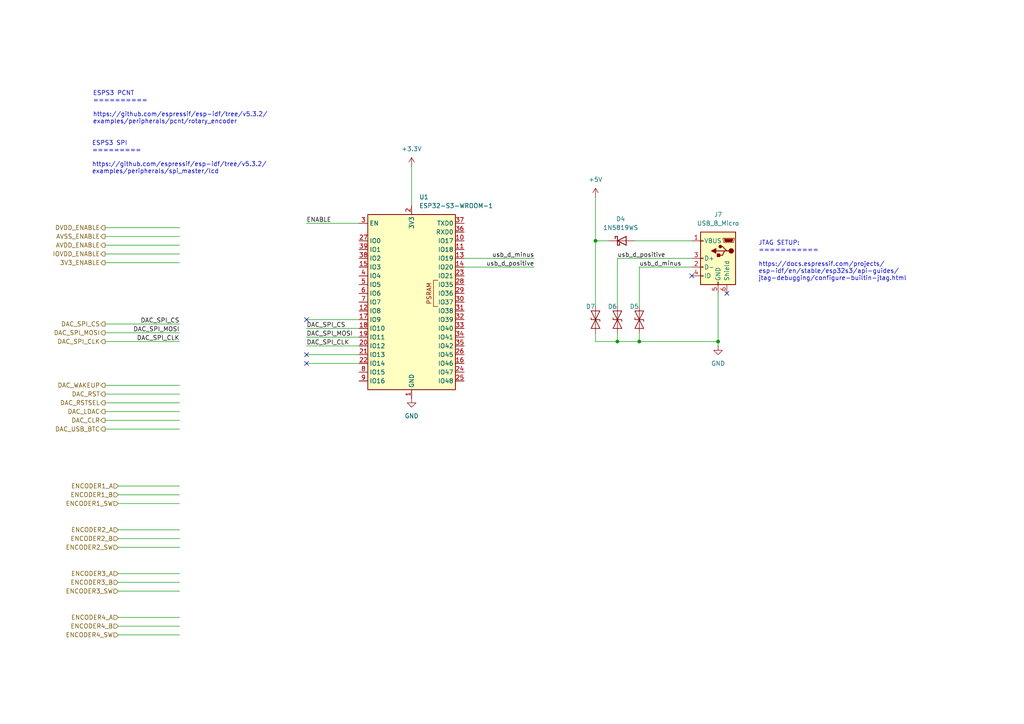
<source format=kicad_sch>
(kicad_sch
	(version 20231120)
	(generator "eeschema")
	(generator_version "8.0")
	(uuid "54593960-6b26-4cbb-94df-ee1c5a7ef9ee")
	(paper "A4")
	(title_block
		(title "${PROJECTNAME}")
		(date "2024-10-22")
		(rev "${REVISION}")
		(company "Created By: ${AUTHOR}")
	)
	(lib_symbols
		(symbol "Connector:USB_B_Micro"
			(pin_names
				(offset 1.016)
			)
			(exclude_from_sim no)
			(in_bom yes)
			(on_board yes)
			(property "Reference" "J"
				(at -5.08 11.43 0)
				(effects
					(font
						(size 1.27 1.27)
					)
					(justify left)
				)
			)
			(property "Value" "USB_B_Micro"
				(at -5.08 8.89 0)
				(effects
					(font
						(size 1.27 1.27)
					)
					(justify left)
				)
			)
			(property "Footprint" ""
				(at 3.81 -1.27 0)
				(effects
					(font
						(size 1.27 1.27)
					)
					(hide yes)
				)
			)
			(property "Datasheet" "~"
				(at 3.81 -1.27 0)
				(effects
					(font
						(size 1.27 1.27)
					)
					(hide yes)
				)
			)
			(property "Description" "USB Micro Type B connector"
				(at 0 0 0)
				(effects
					(font
						(size 1.27 1.27)
					)
					(hide yes)
				)
			)
			(property "ki_keywords" "connector USB micro"
				(at 0 0 0)
				(effects
					(font
						(size 1.27 1.27)
					)
					(hide yes)
				)
			)
			(property "ki_fp_filters" "USB*"
				(at 0 0 0)
				(effects
					(font
						(size 1.27 1.27)
					)
					(hide yes)
				)
			)
			(symbol "USB_B_Micro_0_1"
				(rectangle
					(start -5.08 -7.62)
					(end 5.08 7.62)
					(stroke
						(width 0.254)
						(type default)
					)
					(fill
						(type background)
					)
				)
				(circle
					(center -3.81 2.159)
					(radius 0.635)
					(stroke
						(width 0.254)
						(type default)
					)
					(fill
						(type outline)
					)
				)
				(circle
					(center -0.635 3.429)
					(radius 0.381)
					(stroke
						(width 0.254)
						(type default)
					)
					(fill
						(type outline)
					)
				)
				(rectangle
					(start -0.127 -7.62)
					(end 0.127 -6.858)
					(stroke
						(width 0)
						(type default)
					)
					(fill
						(type none)
					)
				)
				(polyline
					(pts
						(xy -1.905 2.159) (xy 0.635 2.159)
					)
					(stroke
						(width 0.254)
						(type default)
					)
					(fill
						(type none)
					)
				)
				(polyline
					(pts
						(xy -3.175 2.159) (xy -2.54 2.159) (xy -1.27 3.429) (xy -0.635 3.429)
					)
					(stroke
						(width 0.254)
						(type default)
					)
					(fill
						(type none)
					)
				)
				(polyline
					(pts
						(xy -2.54 2.159) (xy -1.905 2.159) (xy -1.27 0.889) (xy 0 0.889)
					)
					(stroke
						(width 0.254)
						(type default)
					)
					(fill
						(type none)
					)
				)
				(polyline
					(pts
						(xy 0.635 2.794) (xy 0.635 1.524) (xy 1.905 2.159) (xy 0.635 2.794)
					)
					(stroke
						(width 0.254)
						(type default)
					)
					(fill
						(type outline)
					)
				)
				(polyline
					(pts
						(xy -4.318 5.588) (xy -1.778 5.588) (xy -2.032 4.826) (xy -4.064 4.826) (xy -4.318 5.588)
					)
					(stroke
						(width 0)
						(type default)
					)
					(fill
						(type outline)
					)
				)
				(polyline
					(pts
						(xy -4.699 5.842) (xy -4.699 5.588) (xy -4.445 4.826) (xy -4.445 4.572) (xy -1.651 4.572) (xy -1.651 4.826)
						(xy -1.397 5.588) (xy -1.397 5.842) (xy -4.699 5.842)
					)
					(stroke
						(width 0)
						(type default)
					)
					(fill
						(type none)
					)
				)
				(rectangle
					(start 0.254 1.27)
					(end -0.508 0.508)
					(stroke
						(width 0.254)
						(type default)
					)
					(fill
						(type outline)
					)
				)
				(rectangle
					(start 5.08 -5.207)
					(end 4.318 -4.953)
					(stroke
						(width 0)
						(type default)
					)
					(fill
						(type none)
					)
				)
				(rectangle
					(start 5.08 -2.667)
					(end 4.318 -2.413)
					(stroke
						(width 0)
						(type default)
					)
					(fill
						(type none)
					)
				)
				(rectangle
					(start 5.08 -0.127)
					(end 4.318 0.127)
					(stroke
						(width 0)
						(type default)
					)
					(fill
						(type none)
					)
				)
				(rectangle
					(start 5.08 4.953)
					(end 4.318 5.207)
					(stroke
						(width 0)
						(type default)
					)
					(fill
						(type none)
					)
				)
			)
			(symbol "USB_B_Micro_1_1"
				(pin power_out line
					(at 7.62 5.08 180)
					(length 2.54)
					(name "VBUS"
						(effects
							(font
								(size 1.27 1.27)
							)
						)
					)
					(number "1"
						(effects
							(font
								(size 1.27 1.27)
							)
						)
					)
				)
				(pin bidirectional line
					(at 7.62 -2.54 180)
					(length 2.54)
					(name "D-"
						(effects
							(font
								(size 1.27 1.27)
							)
						)
					)
					(number "2"
						(effects
							(font
								(size 1.27 1.27)
							)
						)
					)
				)
				(pin bidirectional line
					(at 7.62 0 180)
					(length 2.54)
					(name "D+"
						(effects
							(font
								(size 1.27 1.27)
							)
						)
					)
					(number "3"
						(effects
							(font
								(size 1.27 1.27)
							)
						)
					)
				)
				(pin passive line
					(at 7.62 -5.08 180)
					(length 2.54)
					(name "ID"
						(effects
							(font
								(size 1.27 1.27)
							)
						)
					)
					(number "4"
						(effects
							(font
								(size 1.27 1.27)
							)
						)
					)
				)
				(pin power_out line
					(at 0 -10.16 90)
					(length 2.54)
					(name "GND"
						(effects
							(font
								(size 1.27 1.27)
							)
						)
					)
					(number "5"
						(effects
							(font
								(size 1.27 1.27)
							)
						)
					)
				)
				(pin passive line
					(at -2.54 -10.16 90)
					(length 2.54)
					(name "Shield"
						(effects
							(font
								(size 1.27 1.27)
							)
						)
					)
					(number "6"
						(effects
							(font
								(size 1.27 1.27)
							)
						)
					)
				)
			)
		)
		(symbol "Diode:1N5819WS"
			(pin_numbers hide)
			(pin_names
				(offset 1.016) hide)
			(exclude_from_sim no)
			(in_bom yes)
			(on_board yes)
			(property "Reference" "D"
				(at 0 2.54 0)
				(effects
					(font
						(size 1.27 1.27)
					)
				)
			)
			(property "Value" "1N5819WS"
				(at 0 -2.54 0)
				(effects
					(font
						(size 1.27 1.27)
					)
				)
			)
			(property "Footprint" "Diode_SMD:D_SOD-323"
				(at 0 -4.445 0)
				(effects
					(font
						(size 1.27 1.27)
					)
					(hide yes)
				)
			)
			(property "Datasheet" "https://datasheet.lcsc.com/lcsc/2204281430_Guangdong-Hottech-1N5819WS_C191023.pdf"
				(at 0 0 0)
				(effects
					(font
						(size 1.27 1.27)
					)
					(hide yes)
				)
			)
			(property "Description" "40V 600mV@1A 1A SOD-323 Schottky Barrier Diodes, SOD-323"
				(at 0 0 0)
				(effects
					(font
						(size 1.27 1.27)
					)
					(hide yes)
				)
			)
			(property "ki_keywords" "diode Schottky"
				(at 0 0 0)
				(effects
					(font
						(size 1.27 1.27)
					)
					(hide yes)
				)
			)
			(property "ki_fp_filters" "D*SOD?323*"
				(at 0 0 0)
				(effects
					(font
						(size 1.27 1.27)
					)
					(hide yes)
				)
			)
			(symbol "1N5819WS_0_1"
				(polyline
					(pts
						(xy 1.27 0) (xy -1.27 0)
					)
					(stroke
						(width 0)
						(type default)
					)
					(fill
						(type none)
					)
				)
				(polyline
					(pts
						(xy 1.27 1.27) (xy 1.27 -1.27) (xy -1.27 0) (xy 1.27 1.27)
					)
					(stroke
						(width 0.254)
						(type default)
					)
					(fill
						(type none)
					)
				)
				(polyline
					(pts
						(xy -1.905 0.635) (xy -1.905 1.27) (xy -1.27 1.27) (xy -1.27 -1.27) (xy -0.635 -1.27) (xy -0.635 -0.635)
					)
					(stroke
						(width 0.254)
						(type default)
					)
					(fill
						(type none)
					)
				)
			)
			(symbol "1N5819WS_1_1"
				(pin passive line
					(at -3.81 0 0)
					(length 2.54)
					(name "K"
						(effects
							(font
								(size 1.27 1.27)
							)
						)
					)
					(number "1"
						(effects
							(font
								(size 1.27 1.27)
							)
						)
					)
				)
				(pin passive line
					(at 3.81 0 180)
					(length 2.54)
					(name "A"
						(effects
							(font
								(size 1.27 1.27)
							)
						)
					)
					(number "2"
						(effects
							(font
								(size 1.27 1.27)
							)
						)
					)
				)
			)
		)
		(symbol "Diode:SD05_SOD323"
			(pin_numbers hide)
			(pin_names
				(offset 1.016) hide)
			(exclude_from_sim no)
			(in_bom yes)
			(on_board yes)
			(property "Reference" "D"
				(at 0 2.54 0)
				(effects
					(font
						(size 1.27 1.27)
					)
				)
			)
			(property "Value" "SD05_SOD323"
				(at 0 -2.54 0)
				(effects
					(font
						(size 1.27 1.27)
					)
				)
			)
			(property "Footprint" "Diode_SMD:D_SOD-323"
				(at 0 -5.08 0)
				(effects
					(font
						(size 1.27 1.27)
					)
					(hide yes)
				)
			)
			(property "Datasheet" "https://www.littelfuse.com/~/media/electronics/datasheets/tvs_diode_arrays/littelfuse_tvs_diode_array_sd_c_datasheet.pdf.pdf"
				(at 0 0 0)
				(effects
					(font
						(size 1.27 1.27)
					)
					(hide yes)
				)
			)
			(property "Description" "5V, 450W Discrete Bidirectional TVS Diode, SOD-323"
				(at 0 0 0)
				(effects
					(font
						(size 1.27 1.27)
					)
					(hide yes)
				)
			)
			(property "ki_keywords" "transient voltage suppressor thyrector transil"
				(at 0 0 0)
				(effects
					(font
						(size 1.27 1.27)
					)
					(hide yes)
				)
			)
			(property "ki_fp_filters" "D?SOD?323*"
				(at 0 0 0)
				(effects
					(font
						(size 1.27 1.27)
					)
					(hide yes)
				)
			)
			(symbol "SD05_SOD323_0_1"
				(polyline
					(pts
						(xy 1.27 0) (xy -1.27 0)
					)
					(stroke
						(width 0)
						(type default)
					)
					(fill
						(type none)
					)
				)
				(polyline
					(pts
						(xy -2.54 -1.27) (xy 0 0) (xy -2.54 1.27) (xy -2.54 -1.27)
					)
					(stroke
						(width 0.2032)
						(type default)
					)
					(fill
						(type none)
					)
				)
				(polyline
					(pts
						(xy 0.508 1.27) (xy 0 1.27) (xy 0 -1.27) (xy -0.508 -1.27)
					)
					(stroke
						(width 0.2032)
						(type default)
					)
					(fill
						(type none)
					)
				)
				(polyline
					(pts
						(xy 2.54 1.27) (xy 2.54 -1.27) (xy 0 0) (xy 2.54 1.27)
					)
					(stroke
						(width 0.2032)
						(type default)
					)
					(fill
						(type none)
					)
				)
			)
			(symbol "SD05_SOD323_1_1"
				(pin passive line
					(at -3.81 0 0)
					(length 2.54)
					(name "A1"
						(effects
							(font
								(size 1.27 1.27)
							)
						)
					)
					(number "1"
						(effects
							(font
								(size 1.27 1.27)
							)
						)
					)
				)
				(pin passive line
					(at 3.81 0 180)
					(length 2.54)
					(name "A2"
						(effects
							(font
								(size 1.27 1.27)
							)
						)
					)
					(number "2"
						(effects
							(font
								(size 1.27 1.27)
							)
						)
					)
				)
			)
		)
		(symbol "RF_Module:ESP32-S3-WROOM-1"
			(exclude_from_sim no)
			(in_bom yes)
			(on_board yes)
			(property "Reference" "U"
				(at -12.7 26.67 0)
				(effects
					(font
						(size 1.27 1.27)
					)
				)
			)
			(property "Value" "ESP32-S3-WROOM-1"
				(at 12.7 26.67 0)
				(effects
					(font
						(size 1.27 1.27)
					)
				)
			)
			(property "Footprint" "RF_Module:ESP32-S3-WROOM-1"
				(at 0 2.54 0)
				(effects
					(font
						(size 1.27 1.27)
					)
					(hide yes)
				)
			)
			(property "Datasheet" "https://www.espressif.com/sites/default/files/documentation/esp32-s3-wroom-1_wroom-1u_datasheet_en.pdf"
				(at 0 0 0)
				(effects
					(font
						(size 1.27 1.27)
					)
					(hide yes)
				)
			)
			(property "Description" "RF Module, ESP32-S3 SoC, Wi-Fi 802.11b/g/n, Bluetooth, BLE, 32-bit, 3.3V, onboard antenna, SMD"
				(at 0 0 0)
				(effects
					(font
						(size 1.27 1.27)
					)
					(hide yes)
				)
			)
			(property "ki_keywords" "RF Radio BT ESP ESP32-S3 Espressif onboard PCB antenna"
				(at 0 0 0)
				(effects
					(font
						(size 1.27 1.27)
					)
					(hide yes)
				)
			)
			(property "ki_fp_filters" "ESP32?S3?WROOM?1*"
				(at 0 0 0)
				(effects
					(font
						(size 1.27 1.27)
					)
					(hide yes)
				)
			)
			(symbol "ESP32-S3-WROOM-1_0_0"
				(rectangle
					(start -12.7 25.4)
					(end 12.7 -25.4)
					(stroke
						(width 0.254)
						(type default)
					)
					(fill
						(type background)
					)
				)
				(text "PSRAM"
					(at 5.08 2.54 900)
					(effects
						(font
							(size 1.27 1.27)
						)
					)
				)
			)
			(symbol "ESP32-S3-WROOM-1_0_1"
				(polyline
					(pts
						(xy 7.62 -1.27) (xy 6.35 -1.27) (xy 6.35 6.35) (xy 7.62 6.35)
					)
					(stroke
						(width 0)
						(type default)
					)
					(fill
						(type none)
					)
				)
			)
			(symbol "ESP32-S3-WROOM-1_1_1"
				(pin power_in line
					(at 0 -27.94 90)
					(length 2.54)
					(name "GND"
						(effects
							(font
								(size 1.27 1.27)
							)
						)
					)
					(number "1"
						(effects
							(font
								(size 1.27 1.27)
							)
						)
					)
				)
				(pin bidirectional line
					(at 15.24 17.78 180)
					(length 2.54)
					(name "IO17"
						(effects
							(font
								(size 1.27 1.27)
							)
						)
					)
					(number "10"
						(effects
							(font
								(size 1.27 1.27)
							)
						)
					)
				)
				(pin bidirectional line
					(at 15.24 15.24 180)
					(length 2.54)
					(name "IO18"
						(effects
							(font
								(size 1.27 1.27)
							)
						)
					)
					(number "11"
						(effects
							(font
								(size 1.27 1.27)
							)
						)
					)
				)
				(pin bidirectional line
					(at -15.24 -2.54 0)
					(length 2.54)
					(name "IO8"
						(effects
							(font
								(size 1.27 1.27)
							)
						)
					)
					(number "12"
						(effects
							(font
								(size 1.27 1.27)
							)
						)
					)
				)
				(pin bidirectional line
					(at 15.24 12.7 180)
					(length 2.54)
					(name "IO19"
						(effects
							(font
								(size 1.27 1.27)
							)
						)
					)
					(number "13"
						(effects
							(font
								(size 1.27 1.27)
							)
						)
					)
				)
				(pin bidirectional line
					(at 15.24 10.16 180)
					(length 2.54)
					(name "IO20"
						(effects
							(font
								(size 1.27 1.27)
							)
						)
					)
					(number "14"
						(effects
							(font
								(size 1.27 1.27)
							)
						)
					)
				)
				(pin bidirectional line
					(at -15.24 10.16 0)
					(length 2.54)
					(name "IO3"
						(effects
							(font
								(size 1.27 1.27)
							)
						)
					)
					(number "15"
						(effects
							(font
								(size 1.27 1.27)
							)
						)
					)
				)
				(pin bidirectional line
					(at 15.24 -17.78 180)
					(length 2.54)
					(name "IO46"
						(effects
							(font
								(size 1.27 1.27)
							)
						)
					)
					(number "16"
						(effects
							(font
								(size 1.27 1.27)
							)
						)
					)
				)
				(pin bidirectional line
					(at -15.24 -5.08 0)
					(length 2.54)
					(name "IO9"
						(effects
							(font
								(size 1.27 1.27)
							)
						)
					)
					(number "17"
						(effects
							(font
								(size 1.27 1.27)
							)
						)
					)
				)
				(pin bidirectional line
					(at -15.24 -7.62 0)
					(length 2.54)
					(name "IO10"
						(effects
							(font
								(size 1.27 1.27)
							)
						)
					)
					(number "18"
						(effects
							(font
								(size 1.27 1.27)
							)
						)
					)
				)
				(pin bidirectional line
					(at -15.24 -10.16 0)
					(length 2.54)
					(name "IO11"
						(effects
							(font
								(size 1.27 1.27)
							)
						)
					)
					(number "19"
						(effects
							(font
								(size 1.27 1.27)
							)
						)
					)
				)
				(pin power_in line
					(at 0 27.94 270)
					(length 2.54)
					(name "3V3"
						(effects
							(font
								(size 1.27 1.27)
							)
						)
					)
					(number "2"
						(effects
							(font
								(size 1.27 1.27)
							)
						)
					)
				)
				(pin bidirectional line
					(at -15.24 -12.7 0)
					(length 2.54)
					(name "IO12"
						(effects
							(font
								(size 1.27 1.27)
							)
						)
					)
					(number "20"
						(effects
							(font
								(size 1.27 1.27)
							)
						)
					)
				)
				(pin bidirectional line
					(at -15.24 -15.24 0)
					(length 2.54)
					(name "IO13"
						(effects
							(font
								(size 1.27 1.27)
							)
						)
					)
					(number "21"
						(effects
							(font
								(size 1.27 1.27)
							)
						)
					)
				)
				(pin bidirectional line
					(at -15.24 -17.78 0)
					(length 2.54)
					(name "IO14"
						(effects
							(font
								(size 1.27 1.27)
							)
						)
					)
					(number "22"
						(effects
							(font
								(size 1.27 1.27)
							)
						)
					)
				)
				(pin bidirectional line
					(at 15.24 7.62 180)
					(length 2.54)
					(name "IO21"
						(effects
							(font
								(size 1.27 1.27)
							)
						)
					)
					(number "23"
						(effects
							(font
								(size 1.27 1.27)
							)
						)
					)
				)
				(pin bidirectional line
					(at 15.24 -20.32 180)
					(length 2.54)
					(name "IO47"
						(effects
							(font
								(size 1.27 1.27)
							)
						)
					)
					(number "24"
						(effects
							(font
								(size 1.27 1.27)
							)
						)
					)
				)
				(pin bidirectional line
					(at 15.24 -22.86 180)
					(length 2.54)
					(name "IO48"
						(effects
							(font
								(size 1.27 1.27)
							)
						)
					)
					(number "25"
						(effects
							(font
								(size 1.27 1.27)
							)
						)
					)
				)
				(pin bidirectional line
					(at 15.24 -15.24 180)
					(length 2.54)
					(name "IO45"
						(effects
							(font
								(size 1.27 1.27)
							)
						)
					)
					(number "26"
						(effects
							(font
								(size 1.27 1.27)
							)
						)
					)
				)
				(pin bidirectional line
					(at -15.24 17.78 0)
					(length 2.54)
					(name "IO0"
						(effects
							(font
								(size 1.27 1.27)
							)
						)
					)
					(number "27"
						(effects
							(font
								(size 1.27 1.27)
							)
						)
					)
				)
				(pin bidirectional line
					(at 15.24 5.08 180)
					(length 2.54)
					(name "IO35"
						(effects
							(font
								(size 1.27 1.27)
							)
						)
					)
					(number "28"
						(effects
							(font
								(size 1.27 1.27)
							)
						)
					)
				)
				(pin bidirectional line
					(at 15.24 2.54 180)
					(length 2.54)
					(name "IO36"
						(effects
							(font
								(size 1.27 1.27)
							)
						)
					)
					(number "29"
						(effects
							(font
								(size 1.27 1.27)
							)
						)
					)
				)
				(pin input line
					(at -15.24 22.86 0)
					(length 2.54)
					(name "EN"
						(effects
							(font
								(size 1.27 1.27)
							)
						)
					)
					(number "3"
						(effects
							(font
								(size 1.27 1.27)
							)
						)
					)
				)
				(pin bidirectional line
					(at 15.24 0 180)
					(length 2.54)
					(name "IO37"
						(effects
							(font
								(size 1.27 1.27)
							)
						)
					)
					(number "30"
						(effects
							(font
								(size 1.27 1.27)
							)
						)
					)
				)
				(pin bidirectional line
					(at 15.24 -2.54 180)
					(length 2.54)
					(name "IO38"
						(effects
							(font
								(size 1.27 1.27)
							)
						)
					)
					(number "31"
						(effects
							(font
								(size 1.27 1.27)
							)
						)
					)
				)
				(pin bidirectional line
					(at 15.24 -5.08 180)
					(length 2.54)
					(name "IO39"
						(effects
							(font
								(size 1.27 1.27)
							)
						)
					)
					(number "32"
						(effects
							(font
								(size 1.27 1.27)
							)
						)
					)
				)
				(pin bidirectional line
					(at 15.24 -7.62 180)
					(length 2.54)
					(name "IO40"
						(effects
							(font
								(size 1.27 1.27)
							)
						)
					)
					(number "33"
						(effects
							(font
								(size 1.27 1.27)
							)
						)
					)
				)
				(pin bidirectional line
					(at 15.24 -10.16 180)
					(length 2.54)
					(name "IO41"
						(effects
							(font
								(size 1.27 1.27)
							)
						)
					)
					(number "34"
						(effects
							(font
								(size 1.27 1.27)
							)
						)
					)
				)
				(pin bidirectional line
					(at 15.24 -12.7 180)
					(length 2.54)
					(name "IO42"
						(effects
							(font
								(size 1.27 1.27)
							)
						)
					)
					(number "35"
						(effects
							(font
								(size 1.27 1.27)
							)
						)
					)
				)
				(pin bidirectional line
					(at 15.24 20.32 180)
					(length 2.54)
					(name "RXD0"
						(effects
							(font
								(size 1.27 1.27)
							)
						)
					)
					(number "36"
						(effects
							(font
								(size 1.27 1.27)
							)
						)
					)
				)
				(pin bidirectional line
					(at 15.24 22.86 180)
					(length 2.54)
					(name "TXD0"
						(effects
							(font
								(size 1.27 1.27)
							)
						)
					)
					(number "37"
						(effects
							(font
								(size 1.27 1.27)
							)
						)
					)
				)
				(pin bidirectional line
					(at -15.24 12.7 0)
					(length 2.54)
					(name "IO2"
						(effects
							(font
								(size 1.27 1.27)
							)
						)
					)
					(number "38"
						(effects
							(font
								(size 1.27 1.27)
							)
						)
					)
				)
				(pin bidirectional line
					(at -15.24 15.24 0)
					(length 2.54)
					(name "IO1"
						(effects
							(font
								(size 1.27 1.27)
							)
						)
					)
					(number "39"
						(effects
							(font
								(size 1.27 1.27)
							)
						)
					)
				)
				(pin bidirectional line
					(at -15.24 7.62 0)
					(length 2.54)
					(name "IO4"
						(effects
							(font
								(size 1.27 1.27)
							)
						)
					)
					(number "4"
						(effects
							(font
								(size 1.27 1.27)
							)
						)
					)
				)
				(pin passive line
					(at 0 -27.94 90)
					(length 2.54) hide
					(name "GND"
						(effects
							(font
								(size 1.27 1.27)
							)
						)
					)
					(number "40"
						(effects
							(font
								(size 1.27 1.27)
							)
						)
					)
				)
				(pin passive line
					(at 0 -27.94 90)
					(length 2.54) hide
					(name "GND"
						(effects
							(font
								(size 1.27 1.27)
							)
						)
					)
					(number "41"
						(effects
							(font
								(size 1.27 1.27)
							)
						)
					)
				)
				(pin bidirectional line
					(at -15.24 5.08 0)
					(length 2.54)
					(name "IO5"
						(effects
							(font
								(size 1.27 1.27)
							)
						)
					)
					(number "5"
						(effects
							(font
								(size 1.27 1.27)
							)
						)
					)
				)
				(pin bidirectional line
					(at -15.24 2.54 0)
					(length 2.54)
					(name "IO6"
						(effects
							(font
								(size 1.27 1.27)
							)
						)
					)
					(number "6"
						(effects
							(font
								(size 1.27 1.27)
							)
						)
					)
				)
				(pin bidirectional line
					(at -15.24 0 0)
					(length 2.54)
					(name "IO7"
						(effects
							(font
								(size 1.27 1.27)
							)
						)
					)
					(number "7"
						(effects
							(font
								(size 1.27 1.27)
							)
						)
					)
				)
				(pin bidirectional line
					(at -15.24 -20.32 0)
					(length 2.54)
					(name "IO15"
						(effects
							(font
								(size 1.27 1.27)
							)
						)
					)
					(number "8"
						(effects
							(font
								(size 1.27 1.27)
							)
						)
					)
				)
				(pin bidirectional line
					(at -15.24 -22.86 0)
					(length 2.54)
					(name "IO16"
						(effects
							(font
								(size 1.27 1.27)
							)
						)
					)
					(number "9"
						(effects
							(font
								(size 1.27 1.27)
							)
						)
					)
				)
			)
		)
		(symbol "power:+3.3V"
			(power)
			(pin_numbers hide)
			(pin_names
				(offset 0) hide)
			(exclude_from_sim no)
			(in_bom yes)
			(on_board yes)
			(property "Reference" "#PWR"
				(at 0 -3.81 0)
				(effects
					(font
						(size 1.27 1.27)
					)
					(hide yes)
				)
			)
			(property "Value" "+3.3V"
				(at 0 3.556 0)
				(effects
					(font
						(size 1.27 1.27)
					)
				)
			)
			(property "Footprint" ""
				(at 0 0 0)
				(effects
					(font
						(size 1.27 1.27)
					)
					(hide yes)
				)
			)
			(property "Datasheet" ""
				(at 0 0 0)
				(effects
					(font
						(size 1.27 1.27)
					)
					(hide yes)
				)
			)
			(property "Description" "Power symbol creates a global label with name \"+3.3V\""
				(at 0 0 0)
				(effects
					(font
						(size 1.27 1.27)
					)
					(hide yes)
				)
			)
			(property "ki_keywords" "global power"
				(at 0 0 0)
				(effects
					(font
						(size 1.27 1.27)
					)
					(hide yes)
				)
			)
			(symbol "+3.3V_0_1"
				(polyline
					(pts
						(xy -0.762 1.27) (xy 0 2.54)
					)
					(stroke
						(width 0)
						(type default)
					)
					(fill
						(type none)
					)
				)
				(polyline
					(pts
						(xy 0 0) (xy 0 2.54)
					)
					(stroke
						(width 0)
						(type default)
					)
					(fill
						(type none)
					)
				)
				(polyline
					(pts
						(xy 0 2.54) (xy 0.762 1.27)
					)
					(stroke
						(width 0)
						(type default)
					)
					(fill
						(type none)
					)
				)
			)
			(symbol "+3.3V_1_1"
				(pin power_in line
					(at 0 0 90)
					(length 0)
					(name "~"
						(effects
							(font
								(size 1.27 1.27)
							)
						)
					)
					(number "1"
						(effects
							(font
								(size 1.27 1.27)
							)
						)
					)
				)
			)
		)
		(symbol "power:+5V"
			(power)
			(pin_numbers hide)
			(pin_names
				(offset 0) hide)
			(exclude_from_sim no)
			(in_bom yes)
			(on_board yes)
			(property "Reference" "#PWR"
				(at 0 -3.81 0)
				(effects
					(font
						(size 1.27 1.27)
					)
					(hide yes)
				)
			)
			(property "Value" "+5V"
				(at 0 3.556 0)
				(effects
					(font
						(size 1.27 1.27)
					)
				)
			)
			(property "Footprint" ""
				(at 0 0 0)
				(effects
					(font
						(size 1.27 1.27)
					)
					(hide yes)
				)
			)
			(property "Datasheet" ""
				(at 0 0 0)
				(effects
					(font
						(size 1.27 1.27)
					)
					(hide yes)
				)
			)
			(property "Description" "Power symbol creates a global label with name \"+5V\""
				(at 0 0 0)
				(effects
					(font
						(size 1.27 1.27)
					)
					(hide yes)
				)
			)
			(property "ki_keywords" "global power"
				(at 0 0 0)
				(effects
					(font
						(size 1.27 1.27)
					)
					(hide yes)
				)
			)
			(symbol "+5V_0_1"
				(polyline
					(pts
						(xy -0.762 1.27) (xy 0 2.54)
					)
					(stroke
						(width 0)
						(type default)
					)
					(fill
						(type none)
					)
				)
				(polyline
					(pts
						(xy 0 0) (xy 0 2.54)
					)
					(stroke
						(width 0)
						(type default)
					)
					(fill
						(type none)
					)
				)
				(polyline
					(pts
						(xy 0 2.54) (xy 0.762 1.27)
					)
					(stroke
						(width 0)
						(type default)
					)
					(fill
						(type none)
					)
				)
			)
			(symbol "+5V_1_1"
				(pin power_in line
					(at 0 0 90)
					(length 0)
					(name "~"
						(effects
							(font
								(size 1.27 1.27)
							)
						)
					)
					(number "1"
						(effects
							(font
								(size 1.27 1.27)
							)
						)
					)
				)
			)
		)
		(symbol "power:GND"
			(power)
			(pin_numbers hide)
			(pin_names
				(offset 0) hide)
			(exclude_from_sim no)
			(in_bom yes)
			(on_board yes)
			(property "Reference" "#PWR"
				(at 0 -6.35 0)
				(effects
					(font
						(size 1.27 1.27)
					)
					(hide yes)
				)
			)
			(property "Value" "GND"
				(at 0 -3.81 0)
				(effects
					(font
						(size 1.27 1.27)
					)
				)
			)
			(property "Footprint" ""
				(at 0 0 0)
				(effects
					(font
						(size 1.27 1.27)
					)
					(hide yes)
				)
			)
			(property "Datasheet" ""
				(at 0 0 0)
				(effects
					(font
						(size 1.27 1.27)
					)
					(hide yes)
				)
			)
			(property "Description" "Power symbol creates a global label with name \"GND\" , ground"
				(at 0 0 0)
				(effects
					(font
						(size 1.27 1.27)
					)
					(hide yes)
				)
			)
			(property "ki_keywords" "global power"
				(at 0 0 0)
				(effects
					(font
						(size 1.27 1.27)
					)
					(hide yes)
				)
			)
			(symbol "GND_0_1"
				(polyline
					(pts
						(xy 0 0) (xy 0 -1.27) (xy 1.27 -1.27) (xy 0 -2.54) (xy -1.27 -1.27) (xy 0 -1.27)
					)
					(stroke
						(width 0)
						(type default)
					)
					(fill
						(type none)
					)
				)
			)
			(symbol "GND_1_1"
				(pin power_in line
					(at 0 0 270)
					(length 0)
					(name "~"
						(effects
							(font
								(size 1.27 1.27)
							)
						)
					)
					(number "1"
						(effects
							(font
								(size 1.27 1.27)
							)
						)
					)
				)
			)
		)
	)
	(junction
		(at 172.72 69.85)
		(diameter 0)
		(color 0 0 0 0)
		(uuid "02477093-ce6c-4c3a-92fe-8f921d595a4a")
	)
	(junction
		(at 179.07 99.06)
		(diameter 0)
		(color 0 0 0 0)
		(uuid "492e4a37-717f-446e-b31c-de043c636208")
	)
	(junction
		(at 208.28 99.06)
		(diameter 0)
		(color 0 0 0 0)
		(uuid "6df51d3d-1b00-4a13-b33f-a15351e4a6b6")
	)
	(junction
		(at 185.42 99.06)
		(diameter 0)
		(color 0 0 0 0)
		(uuid "b5e3fbe8-7b25-46b1-b0aa-16892e6f22d7")
	)
	(no_connect
		(at 88.9 92.71)
		(uuid "08275a0b-b71d-4d97-80ab-e089e4a345ea")
	)
	(no_connect
		(at 88.9 102.87)
		(uuid "22afd5c1-858b-4772-b204-d58a67d19e11")
	)
	(no_connect
		(at 88.9 105.41)
		(uuid "8333789e-6bc8-457c-9e41-869141464104")
	)
	(no_connect
		(at 200.66 80.01)
		(uuid "a84c8646-3404-467a-bda3-d8a86987ebaf")
	)
	(no_connect
		(at 210.82 85.09)
		(uuid "e26cda55-24ce-4ce9-8f0e-a1afee52d090")
	)
	(wire
		(pts
			(xy 34.29 140.97) (xy 52.07 140.97)
		)
		(stroke
			(width 0)
			(type default)
		)
		(uuid "053f6638-a683-4fc9-b8a7-fbc483582430")
	)
	(wire
		(pts
			(xy 172.72 57.15) (xy 172.72 69.85)
		)
		(stroke
			(width 0)
			(type default)
		)
		(uuid "0553acc5-9681-4774-afcd-54306abfb4a7")
	)
	(wire
		(pts
			(xy 34.29 146.05) (xy 52.07 146.05)
		)
		(stroke
			(width 0)
			(type default)
		)
		(uuid "07c2606c-7776-4325-8dda-3a95292944cc")
	)
	(wire
		(pts
			(xy 104.14 64.77) (xy 88.9 64.77)
		)
		(stroke
			(width 0)
			(type default)
		)
		(uuid "17fff447-c9ca-4922-91b6-d7dd7fa269bd")
	)
	(wire
		(pts
			(xy 34.29 179.07) (xy 52.07 179.07)
		)
		(stroke
			(width 0)
			(type default)
		)
		(uuid "189c85d2-144c-4ac7-a19b-f495160a89a2")
	)
	(wire
		(pts
			(xy 34.29 158.75) (xy 52.07 158.75)
		)
		(stroke
			(width 0)
			(type default)
		)
		(uuid "1b044b96-eb5c-45a6-bde1-2e0f4eaca8b2")
	)
	(wire
		(pts
			(xy 34.29 143.51) (xy 52.07 143.51)
		)
		(stroke
			(width 0)
			(type default)
		)
		(uuid "1b664690-70b0-4527-a7c2-5418a0d7412c")
	)
	(wire
		(pts
			(xy 200.66 69.85) (xy 184.15 69.85)
		)
		(stroke
			(width 0)
			(type default)
		)
		(uuid "1f2823fb-5703-4966-9bed-6a893d3bee51")
	)
	(wire
		(pts
			(xy 119.38 59.69) (xy 119.38 48.26)
		)
		(stroke
			(width 0)
			(type default)
		)
		(uuid "2344b87b-7123-404b-b346-f783d680fcef")
	)
	(wire
		(pts
			(xy 172.72 99.06) (xy 179.07 99.06)
		)
		(stroke
			(width 0)
			(type default)
		)
		(uuid "2b38db2e-0454-417b-92de-19872a0af55a")
	)
	(wire
		(pts
			(xy 88.9 95.25) (xy 104.14 95.25)
		)
		(stroke
			(width 0)
			(type default)
		)
		(uuid "2e138697-8db2-4675-986c-d03838a69398")
	)
	(wire
		(pts
			(xy 88.9 105.41) (xy 104.14 105.41)
		)
		(stroke
			(width 0)
			(type default)
		)
		(uuid "3b5ca7ab-499d-4dcd-a496-cd7b673d7323")
	)
	(wire
		(pts
			(xy 185.42 77.47) (xy 200.66 77.47)
		)
		(stroke
			(width 0)
			(type default)
		)
		(uuid "3faaff00-994d-4539-9267-4d1556624ff2")
	)
	(wire
		(pts
			(xy 34.29 156.21) (xy 52.07 156.21)
		)
		(stroke
			(width 0)
			(type default)
		)
		(uuid "40f2cf82-2c3e-4f80-9433-d694a74e3fe1")
	)
	(wire
		(pts
			(xy 30.48 71.12) (xy 52.07 71.12)
		)
		(stroke
			(width 0)
			(type default)
		)
		(uuid "4100f7c5-8ecd-480c-becb-372f454a1ebc")
	)
	(wire
		(pts
			(xy 134.62 77.47) (xy 154.94 77.47)
		)
		(stroke
			(width 0)
			(type default)
		)
		(uuid "4ae78337-833f-43e4-9a77-65f79106db15")
	)
	(wire
		(pts
			(xy 30.48 99.06) (xy 52.07 99.06)
		)
		(stroke
			(width 0)
			(type default)
		)
		(uuid "4c29d129-3b73-43cf-b910-2a82de619a1d")
	)
	(wire
		(pts
			(xy 88.9 92.71) (xy 104.14 92.71)
		)
		(stroke
			(width 0)
			(type default)
		)
		(uuid "4c7577f8-4789-4ccf-9b63-4134fadd19a2")
	)
	(wire
		(pts
			(xy 30.48 124.46) (xy 52.07 124.46)
		)
		(stroke
			(width 0)
			(type default)
		)
		(uuid "551d72a4-00f9-414b-8081-5e089f853144")
	)
	(wire
		(pts
			(xy 208.28 85.09) (xy 208.28 99.06)
		)
		(stroke
			(width 0)
			(type default)
		)
		(uuid "56260a79-9baf-416f-bae8-2c3533510279")
	)
	(wire
		(pts
			(xy 172.72 99.06) (xy 172.72 96.52)
		)
		(stroke
			(width 0)
			(type default)
		)
		(uuid "5bade77b-42ea-476a-ab7e-a00effcc627a")
	)
	(wire
		(pts
			(xy 30.48 76.2) (xy 52.07 76.2)
		)
		(stroke
			(width 0)
			(type default)
		)
		(uuid "621dc248-5a06-43bc-8a1e-0b65bb29fae6")
	)
	(wire
		(pts
			(xy 30.48 119.38) (xy 52.07 119.38)
		)
		(stroke
			(width 0)
			(type default)
		)
		(uuid "660062b1-93be-44e1-9304-2d7e3c29afa4")
	)
	(wire
		(pts
			(xy 208.28 99.06) (xy 208.28 100.33)
		)
		(stroke
			(width 0)
			(type default)
		)
		(uuid "6ef55770-d43b-4f8c-9d45-c7113e7e2198")
	)
	(wire
		(pts
			(xy 30.48 68.58) (xy 52.07 68.58)
		)
		(stroke
			(width 0)
			(type default)
		)
		(uuid "7072c8e3-7b36-4f9c-a071-e1fea02680b4")
	)
	(wire
		(pts
			(xy 30.48 116.84) (xy 52.07 116.84)
		)
		(stroke
			(width 0)
			(type default)
		)
		(uuid "7bcafbba-4f33-4056-9331-d073ae96cc8a")
	)
	(wire
		(pts
			(xy 185.42 96.52) (xy 185.42 99.06)
		)
		(stroke
			(width 0)
			(type default)
		)
		(uuid "7c144408-4b48-4a70-ae80-f91eb9802aa2")
	)
	(wire
		(pts
			(xy 30.48 73.66) (xy 52.07 73.66)
		)
		(stroke
			(width 0)
			(type default)
		)
		(uuid "7de15144-4cb5-40b4-8bac-7466eb04043a")
	)
	(wire
		(pts
			(xy 34.29 153.67) (xy 52.07 153.67)
		)
		(stroke
			(width 0)
			(type default)
		)
		(uuid "7de2415b-9e30-4410-aaa2-e0213629da1c")
	)
	(wire
		(pts
			(xy 88.9 97.79) (xy 104.14 97.79)
		)
		(stroke
			(width 0)
			(type default)
		)
		(uuid "91d1347b-38a6-456b-8897-d49f3c0b9399")
	)
	(wire
		(pts
			(xy 88.9 100.33) (xy 104.14 100.33)
		)
		(stroke
			(width 0)
			(type default)
		)
		(uuid "94a60fb3-1aaf-4033-8873-a02a241e4a5a")
	)
	(wire
		(pts
			(xy 34.29 171.45) (xy 52.07 171.45)
		)
		(stroke
			(width 0)
			(type default)
		)
		(uuid "96eae450-aa98-4730-a6a3-b1c9d1c72973")
	)
	(wire
		(pts
			(xy 208.28 99.06) (xy 185.42 99.06)
		)
		(stroke
			(width 0)
			(type default)
		)
		(uuid "9cbc9630-4518-435a-82a6-f3f84372cd9c")
	)
	(wire
		(pts
			(xy 179.07 96.52) (xy 179.07 99.06)
		)
		(stroke
			(width 0)
			(type default)
		)
		(uuid "a0204733-28fb-4c4d-afd2-2c243922599d")
	)
	(wire
		(pts
			(xy 185.42 88.9) (xy 185.42 77.47)
		)
		(stroke
			(width 0)
			(type default)
		)
		(uuid "a35242bd-5d44-4864-a5e9-3a76eaa1674e")
	)
	(wire
		(pts
			(xy 134.62 74.93) (xy 154.94 74.93)
		)
		(stroke
			(width 0)
			(type default)
		)
		(uuid "a75d27fe-7515-4e4e-86f5-804b22bb6644")
	)
	(wire
		(pts
			(xy 30.48 111.76) (xy 52.07 111.76)
		)
		(stroke
			(width 0)
			(type default)
		)
		(uuid "ac10a21a-9e18-4425-befa-3856ba873401")
	)
	(wire
		(pts
			(xy 34.29 166.37) (xy 52.07 166.37)
		)
		(stroke
			(width 0)
			(type default)
		)
		(uuid "ac78be51-8e09-45f4-9560-9cd4e82f5acf")
	)
	(wire
		(pts
			(xy 30.48 121.92) (xy 52.07 121.92)
		)
		(stroke
			(width 0)
			(type default)
		)
		(uuid "adec6988-11a0-4563-a9da-b59c6170bc31")
	)
	(wire
		(pts
			(xy 34.29 168.91) (xy 52.07 168.91)
		)
		(stroke
			(width 0)
			(type default)
		)
		(uuid "b5793a92-2d59-4a67-85d4-57521cbf8229")
	)
	(wire
		(pts
			(xy 179.07 74.93) (xy 179.07 88.9)
		)
		(stroke
			(width 0)
			(type default)
		)
		(uuid "bf576550-7269-4425-b356-e46c9f18a3b6")
	)
	(wire
		(pts
			(xy 30.48 93.98) (xy 52.07 93.98)
		)
		(stroke
			(width 0)
			(type default)
		)
		(uuid "c7755fac-5de9-40e6-a195-1ecde212f734")
	)
	(wire
		(pts
			(xy 30.48 96.52) (xy 52.07 96.52)
		)
		(stroke
			(width 0)
			(type default)
		)
		(uuid "d2a56646-9b3a-40b2-b57d-8c5d8de59f5f")
	)
	(wire
		(pts
			(xy 172.72 69.85) (xy 172.72 88.9)
		)
		(stroke
			(width 0)
			(type default)
		)
		(uuid "d4ac2418-f47a-4663-acd1-78ac1f266db0")
	)
	(wire
		(pts
			(xy 34.29 181.61) (xy 52.07 181.61)
		)
		(stroke
			(width 0)
			(type default)
		)
		(uuid "d5cc30be-9a43-4758-a09d-8393a400448d")
	)
	(wire
		(pts
			(xy 88.9 102.87) (xy 104.14 102.87)
		)
		(stroke
			(width 0)
			(type default)
		)
		(uuid "dd786128-f3a7-4c96-8538-d0ec4d02f2b4")
	)
	(wire
		(pts
			(xy 30.48 114.3) (xy 52.07 114.3)
		)
		(stroke
			(width 0)
			(type default)
		)
		(uuid "e6c94c15-44bd-4cdd-9a04-95d5a6442c99")
	)
	(wire
		(pts
			(xy 200.66 74.93) (xy 179.07 74.93)
		)
		(stroke
			(width 0)
			(type default)
		)
		(uuid "eca2f20c-dcec-454c-b59e-29c2b05d7ce8")
	)
	(wire
		(pts
			(xy 34.29 184.15) (xy 52.07 184.15)
		)
		(stroke
			(width 0)
			(type default)
		)
		(uuid "ed0f1ea7-ea54-4423-92d8-a35269984fbd")
	)
	(wire
		(pts
			(xy 179.07 99.06) (xy 185.42 99.06)
		)
		(stroke
			(width 0)
			(type default)
		)
		(uuid "f4ddbea9-c211-43c3-b6c6-b360a16c2e13")
	)
	(wire
		(pts
			(xy 30.48 66.04) (xy 52.07 66.04)
		)
		(stroke
			(width 0)
			(type default)
		)
		(uuid "fa7e40a6-cb77-4600-bc2b-bfe9d4fe1a19")
	)
	(wire
		(pts
			(xy 172.72 69.85) (xy 176.53 69.85)
		)
		(stroke
			(width 0)
			(type default)
		)
		(uuid "ff1ae49b-1890-4103-8700-f131fc55e192")
	)
	(text "JTAG SETUP:\n===========\n\nhttps://docs.espressif.com/projects/\nesp-idf/en/stable/esp32s3/api-guides/\njtag-debugging/configure-builtin-jtag.html"
		(exclude_from_sim no)
		(at 219.964 75.692 0)
		(effects
			(font
				(size 1.27 1.27)
			)
			(justify left)
			(href "https://docs.espressif.com/projects/esp-idf/en/stable/esp32s3/api-guides/jtag-debugging/configure-builtin-jtag.html")
		)
		(uuid "20eb3984-6595-4cd6-86d7-77fcae4ed88a")
	)
	(text "ESPS3 SPI\n=========\n\nhttps://github.com/espressif/esp-idf/tree/v5.3.2/\nexamples/peripherals/spi_master/lcd"
		(exclude_from_sim no)
		(at 26.67 45.72 0)
		(effects
			(font
				(size 1.27 1.27)
			)
			(justify left)
		)
		(uuid "59261221-fa98-479e-9144-f94816c28bfc")
	)
	(text "ESPS3 PCNT\n==========\n\nhttps://github.com/espressif/esp-idf/tree/v5.3.2/\nexamples/peripherals/pcnt/rotary_encoder"
		(exclude_from_sim no)
		(at 26.924 31.242 0)
		(effects
			(font
				(size 1.27 1.27)
			)
			(justify left)
			(href "https://github.com/espressif/esp-idf/tree/v5.3.2/examples/peripherals/pcnt/rotary_encoder")
		)
		(uuid "c8beb8d7-96b6-4ac3-b02d-b297ffb4b3ce")
	)
	(label "usb_d_positive"
		(at 179.07 74.93 0)
		(fields_autoplaced yes)
		(effects
			(font
				(size 1.27 1.27)
			)
			(justify left bottom)
		)
		(uuid "03c67575-1b65-499d-8b85-59ca539a4ac9")
	)
	(label "usb_d_positive"
		(at 154.94 77.47 180)
		(fields_autoplaced yes)
		(effects
			(font
				(size 1.27 1.27)
			)
			(justify right bottom)
		)
		(uuid "102b82cc-aae2-454f-bba7-baa67ddabb22")
	)
	(label "usb_d_minus"
		(at 154.94 74.93 180)
		(fields_autoplaced yes)
		(effects
			(font
				(size 1.27 1.27)
			)
			(justify right bottom)
		)
		(uuid "311d845d-e229-4fc6-b0ce-0ae3ea46b530")
	)
	(label "DAC_SPI_CS"
		(at 88.9 95.25 0)
		(fields_autoplaced yes)
		(effects
			(font
				(size 1.27 1.27)
			)
			(justify left bottom)
		)
		(uuid "57fccfcc-a62d-4d74-b69f-6826077dbe9e")
	)
	(label "DAC_SPI_CLK"
		(at 88.9 100.33 0)
		(fields_autoplaced yes)
		(effects
			(font
				(size 1.27 1.27)
			)
			(justify left bottom)
		)
		(uuid "66d09216-7619-4d3a-a36b-66406e4fc4bf")
	)
	(label "DAC_SPI_MOSI"
		(at 52.07 96.52 180)
		(fields_autoplaced yes)
		(effects
			(font
				(size 1.27 1.27)
			)
			(justify right bottom)
		)
		(uuid "759b0112-8653-4f3e-ac5e-c1839244098b")
	)
	(label "ENABLE"
		(at 88.9 64.77 0)
		(fields_autoplaced yes)
		(effects
			(font
				(size 1.27 1.27)
			)
			(justify left bottom)
		)
		(uuid "88410ca1-fc4c-490c-b466-ed72de0a700a")
	)
	(label "usb_d_minus"
		(at 185.42 77.47 0)
		(fields_autoplaced yes)
		(effects
			(font
				(size 1.27 1.27)
			)
			(justify left bottom)
		)
		(uuid "95a44b3f-2725-432a-9a53-45f45cc97e29")
	)
	(label "DAC_SPI_CLK"
		(at 52.07 99.06 180)
		(fields_autoplaced yes)
		(effects
			(font
				(size 1.27 1.27)
			)
			(justify right bottom)
		)
		(uuid "bd451e73-2178-4bb5-8663-77a26244027c")
	)
	(label "DAC_SPI_CS"
		(at 52.07 93.98 180)
		(fields_autoplaced yes)
		(effects
			(font
				(size 1.27 1.27)
			)
			(justify right bottom)
		)
		(uuid "c6f2137d-7e64-44dd-92e8-b43b20c6db36")
	)
	(label "DAC_SPI_MOSI"
		(at 88.9 97.79 0)
		(fields_autoplaced yes)
		(effects
			(font
				(size 1.27 1.27)
			)
			(justify left bottom)
		)
		(uuid "cb84e38f-7c3e-4d83-9e6b-d83041adb6eb")
	)
	(hierarchical_label "DAC_RST"
		(shape output)
		(at 30.48 114.3 180)
		(fields_autoplaced yes)
		(effects
			(font
				(size 1.27 1.27)
			)
			(justify right)
		)
		(uuid "03f575a1-73ab-44c5-8357-ed5990b59350")
	)
	(hierarchical_label "DAC_SPI_CLK"
		(shape output)
		(at 30.48 99.06 180)
		(fields_autoplaced yes)
		(effects
			(font
				(size 1.27 1.27)
			)
			(justify right)
		)
		(uuid "0b7d36ff-b9ad-4fc5-a6d7-114dc2e2495f")
	)
	(hierarchical_label "ENCODER2_SW"
		(shape input)
		(at 34.29 158.75 180)
		(fields_autoplaced yes)
		(effects
			(font
				(size 1.27 1.27)
			)
			(justify right)
		)
		(uuid "0bd54228-607e-44fe-80a7-10646f9f2744")
	)
	(hierarchical_label "ENCODER2_B"
		(shape input)
		(at 34.29 156.21 180)
		(fields_autoplaced yes)
		(effects
			(font
				(size 1.27 1.27)
			)
			(justify right)
		)
		(uuid "11908944-6025-4a71-bb21-ecb13d92e30a")
	)
	(hierarchical_label "AVDD_ENABLE"
		(shape output)
		(at 30.48 71.12 180)
		(fields_autoplaced yes)
		(effects
			(font
				(size 1.27 1.27)
			)
			(justify right)
		)
		(uuid "45b27dfe-a725-4cee-b04b-af29574022a5")
	)
	(hierarchical_label "ENCODER1_SW"
		(shape input)
		(at 34.29 146.05 180)
		(fields_autoplaced yes)
		(effects
			(font
				(size 1.27 1.27)
			)
			(justify right)
		)
		(uuid "46b4f320-15d6-472b-80f2-34e4f4425415")
	)
	(hierarchical_label "DAC_RSTSEL"
		(shape output)
		(at 30.48 116.84 180)
		(fields_autoplaced yes)
		(effects
			(font
				(size 1.27 1.27)
			)
			(justify right)
		)
		(uuid "4afabd30-eb18-4c43-85e7-b6061d914a46")
	)
	(hierarchical_label "ENCODER4_SW"
		(shape input)
		(at 34.29 184.15 180)
		(fields_autoplaced yes)
		(effects
			(font
				(size 1.27 1.27)
			)
			(justify right)
		)
		(uuid "55af158e-2d39-45ec-ae7e-2cc59c5f8383")
	)
	(hierarchical_label "3V3_ENABLE"
		(shape output)
		(at 30.48 76.2 180)
		(fields_autoplaced yes)
		(effects
			(font
				(size 1.27 1.27)
			)
			(justify right)
		)
		(uuid "5bc914ea-a355-4f35-87a6-4d992e5c432b")
	)
	(hierarchical_label "ENCODER3_B"
		(shape input)
		(at 34.29 168.91 180)
		(fields_autoplaced yes)
		(effects
			(font
				(size 1.27 1.27)
			)
			(justify right)
		)
		(uuid "5eb4147f-2738-416d-a961-ee72e969243d")
	)
	(hierarchical_label "ENCODER3_A"
		(shape input)
		(at 34.29 166.37 180)
		(fields_autoplaced yes)
		(effects
			(font
				(size 1.27 1.27)
			)
			(justify right)
		)
		(uuid "769e66f3-22ac-4ba2-a7dc-16184372ac68")
	)
	(hierarchical_label "DAC_SPI_MOSI"
		(shape output)
		(at 30.48 96.52 180)
		(fields_autoplaced yes)
		(effects
			(font
				(size 1.27 1.27)
			)
			(justify right)
		)
		(uuid "7a5d827b-3fbc-4179-85fc-7d22fbb62245")
	)
	(hierarchical_label "DAC_CLR"
		(shape output)
		(at 30.48 121.92 180)
		(fields_autoplaced yes)
		(effects
			(font
				(size 1.27 1.27)
			)
			(justify right)
		)
		(uuid "84f17f41-1f06-44e2-99b6-d0ec358aff5a")
	)
	(hierarchical_label "DAC_USB_BTC"
		(shape output)
		(at 30.48 124.46 180)
		(fields_autoplaced yes)
		(effects
			(font
				(size 1.27 1.27)
			)
			(justify right)
		)
		(uuid "84f1f6b2-6d28-454f-97b0-4ec6e9ceb1cb")
	)
	(hierarchical_label "ENCODER2_A"
		(shape input)
		(at 34.29 153.67 180)
		(fields_autoplaced yes)
		(effects
			(font
				(size 1.27 1.27)
			)
			(justify right)
		)
		(uuid "88d3c3d9-5c9f-41b3-8012-dfaf2ee9f3c6")
	)
	(hierarchical_label "DAC_LDAC"
		(shape output)
		(at 30.48 119.38 180)
		(fields_autoplaced yes)
		(effects
			(font
				(size 1.27 1.27)
			)
			(justify right)
		)
		(uuid "8cbc134d-93a9-4d0c-b752-1261f03a1a85")
	)
	(hierarchical_label "ENCODER1_B"
		(shape input)
		(at 34.29 143.51 180)
		(fields_autoplaced yes)
		(effects
			(font
				(size 1.27 1.27)
			)
			(justify right)
		)
		(uuid "90a11782-8b73-4b72-a34d-59273913515b")
	)
	(hierarchical_label "DAC_SPI_CS"
		(shape output)
		(at 30.48 93.98 180)
		(fields_autoplaced yes)
		(effects
			(font
				(size 1.27 1.27)
			)
			(justify right)
		)
		(uuid "a2554f11-7cc6-4e98-bf14-6bf29abc6204")
	)
	(hierarchical_label "DVDD_ENABLE"
		(shape output)
		(at 30.48 66.04 180)
		(fields_autoplaced yes)
		(effects
			(font
				(size 1.27 1.27)
			)
			(justify right)
		)
		(uuid "a37b1d9d-b31c-4abd-98d3-3ad5027ed65a")
	)
	(hierarchical_label "AVSS_ENABLE"
		(shape output)
		(at 30.48 68.58 180)
		(fields_autoplaced yes)
		(effects
			(font
				(size 1.27 1.27)
			)
			(justify right)
		)
		(uuid "a8aec51a-2449-4e3d-bf0c-8483ac7ef7f1")
	)
	(hierarchical_label "DAC_WAKEUP"
		(shape output)
		(at 30.48 111.76 180)
		(fields_autoplaced yes)
		(effects
			(font
				(size 1.27 1.27)
			)
			(justify right)
		)
		(uuid "b2e454d4-5feb-4142-a2aa-190cfac818c7")
	)
	(hierarchical_label "ENCODER4_A"
		(shape input)
		(at 34.29 179.07 180)
		(fields_autoplaced yes)
		(effects
			(font
				(size 1.27 1.27)
			)
			(justify right)
		)
		(uuid "c0671e61-37e6-4bf4-bf92-a9a5d04f63c9")
	)
	(hierarchical_label "ENCODER3_SW"
		(shape input)
		(at 34.29 171.45 180)
		(fields_autoplaced yes)
		(effects
			(font
				(size 1.27 1.27)
			)
			(justify right)
		)
		(uuid "e38089b8-344d-41f6-8f10-23781acb6344")
	)
	(hierarchical_label "IOVDD_ENABLE"
		(shape output)
		(at 30.48 73.66 180)
		(fields_autoplaced yes)
		(effects
			(font
				(size 1.27 1.27)
			)
			(justify right)
		)
		(uuid "e9c4039d-bac9-4dc7-9127-7b6764582a04")
	)
	(hierarchical_label "ENCODER4_B"
		(shape input)
		(at 34.29 181.61 180)
		(fields_autoplaced yes)
		(effects
			(font
				(size 1.27 1.27)
			)
			(justify right)
		)
		(uuid "ebe4cd04-274e-48ec-8330-664dd1ba4add")
	)
	(hierarchical_label "ENCODER1_A"
		(shape input)
		(at 34.29 140.97 180)
		(fields_autoplaced yes)
		(effects
			(font
				(size 1.27 1.27)
			)
			(justify right)
		)
		(uuid "f1287da6-d870-4cdf-85e0-64012dc9a9aa")
	)
	(symbol
		(lib_id "power:+3.3V")
		(at 119.38 48.26 0)
		(unit 1)
		(exclude_from_sim no)
		(in_bom yes)
		(on_board yes)
		(dnp no)
		(uuid "102885a2-c6e2-4bc1-9977-6817a85b5567")
		(property "Reference" "#PWR058"
			(at 119.38 52.07 0)
			(effects
				(font
					(size 1.27 1.27)
				)
				(hide yes)
			)
		)
		(property "Value" "+3.3V"
			(at 119.38 43.18 0)
			(effects
				(font
					(size 1.27 1.27)
				)
			)
		)
		(property "Footprint" ""
			(at 119.38 48.26 0)
			(effects
				(font
					(size 1.27 1.27)
				)
				(hide yes)
			)
		)
		(property "Datasheet" ""
			(at 119.38 48.26 0)
			(effects
				(font
					(size 1.27 1.27)
				)
				(hide yes)
			)
		)
		(property "Description" "Power symbol creates a global label with name \"+3.3V\""
			(at 119.38 48.26 0)
			(effects
				(font
					(size 1.27 1.27)
				)
				(hide yes)
			)
		)
		(pin "1"
			(uuid "2f3abc5b-2377-474e-bb9d-d398aeadaa53")
		)
		(instances
			(project "Tiny4xPoweredStereoMixer"
				(path "/68c4b081-ef47-4ba5-a55f-4ef66cb2b598/925ae624-2e35-4cd5-9b94-c0e6f66c238e"
					(reference "#PWR058")
					(unit 1)
				)
			)
		)
	)
	(symbol
		(lib_id "Diode:SD05_SOD323")
		(at 179.07 92.71 90)
		(unit 1)
		(exclude_from_sim no)
		(in_bom yes)
		(on_board yes)
		(dnp no)
		(uuid "1962b02c-a6f0-45d0-b77a-331a39ea7d3e")
		(property "Reference" "D6"
			(at 176.276 88.9 90)
			(effects
				(font
					(size 1.27 1.27)
				)
				(justify right)
			)
		)
		(property "Value" "SD05_SOD323"
			(at 181.61 93.9799 90)
			(effects
				(font
					(size 1.27 1.27)
				)
				(justify right)
				(hide yes)
			)
		)
		(property "Footprint" "Diode_SMD:D_SOD-323"
			(at 184.15 92.71 0)
			(effects
				(font
					(size 1.27 1.27)
				)
				(hide yes)
			)
		)
		(property "Datasheet" "https://www.littelfuse.com/~/media/electronics/datasheets/tvs_diode_arrays/littelfuse_tvs_diode_array_sd_c_datasheet.pdf.pdf"
			(at 179.07 92.71 0)
			(effects
				(font
					(size 1.27 1.27)
				)
				(hide yes)
			)
		)
		(property "Description" "5V, 450W Discrete Bidirectional TVS Diode, SOD-323"
			(at 179.07 92.71 0)
			(effects
				(font
					(size 1.27 1.27)
				)
				(hide yes)
			)
		)
		(pin "1"
			(uuid "e780578f-129e-4baa-b225-6bce79a2ddd5")
		)
		(pin "2"
			(uuid "1dcec7d4-697a-43ca-b245-edaac29a0866")
		)
		(instances
			(project "Tiny4xPoweredStereoMixer"
				(path "/68c4b081-ef47-4ba5-a55f-4ef66cb2b598/925ae624-2e35-4cd5-9b94-c0e6f66c238e"
					(reference "D6")
					(unit 1)
				)
			)
		)
	)
	(symbol
		(lib_id "power:GND")
		(at 208.28 100.33 0)
		(unit 1)
		(exclude_from_sim no)
		(in_bom yes)
		(on_board yes)
		(dnp no)
		(fields_autoplaced yes)
		(uuid "2a748287-d083-4d98-a5fa-a9658b4136e0")
		(property "Reference" "#PWR076"
			(at 208.28 106.68 0)
			(effects
				(font
					(size 1.27 1.27)
				)
				(hide yes)
			)
		)
		(property "Value" "GND"
			(at 208.28 105.41 0)
			(effects
				(font
					(size 1.27 1.27)
				)
			)
		)
		(property "Footprint" ""
			(at 208.28 100.33 0)
			(effects
				(font
					(size 1.27 1.27)
				)
				(hide yes)
			)
		)
		(property "Datasheet" ""
			(at 208.28 100.33 0)
			(effects
				(font
					(size 1.27 1.27)
				)
				(hide yes)
			)
		)
		(property "Description" "Power symbol creates a global label with name \"GND\" , ground"
			(at 208.28 100.33 0)
			(effects
				(font
					(size 1.27 1.27)
				)
				(hide yes)
			)
		)
		(pin "1"
			(uuid "23a6806a-0006-4683-a649-2ace7152eb69")
		)
		(instances
			(project "Tiny4xPoweredStereoMixer"
				(path "/68c4b081-ef47-4ba5-a55f-4ef66cb2b598/925ae624-2e35-4cd5-9b94-c0e6f66c238e"
					(reference "#PWR076")
					(unit 1)
				)
			)
		)
	)
	(symbol
		(lib_id "Diode:SD05_SOD323")
		(at 185.42 92.71 90)
		(unit 1)
		(exclude_from_sim no)
		(in_bom yes)
		(on_board yes)
		(dnp no)
		(uuid "3c7f3260-f024-4d23-932e-97d110854083")
		(property "Reference" "D5"
			(at 182.626 88.9 90)
			(effects
				(font
					(size 1.27 1.27)
				)
				(justify right)
			)
		)
		(property "Value" "SD05_SOD323"
			(at 187.96 93.9799 90)
			(effects
				(font
					(size 1.27 1.27)
				)
				(justify right)
				(hide yes)
			)
		)
		(property "Footprint" "Diode_SMD:D_SOD-323"
			(at 190.5 92.71 0)
			(effects
				(font
					(size 1.27 1.27)
				)
				(hide yes)
			)
		)
		(property "Datasheet" "https://www.littelfuse.com/~/media/electronics/datasheets/tvs_diode_arrays/littelfuse_tvs_diode_array_sd_c_datasheet.pdf.pdf"
			(at 185.42 92.71 0)
			(effects
				(font
					(size 1.27 1.27)
				)
				(hide yes)
			)
		)
		(property "Description" "5V, 450W Discrete Bidirectional TVS Diode, SOD-323"
			(at 185.42 92.71 0)
			(effects
				(font
					(size 1.27 1.27)
				)
				(hide yes)
			)
		)
		(pin "1"
			(uuid "710c11b5-c59c-4ca2-acd1-68907cf3ebbf")
		)
		(pin "2"
			(uuid "312b1686-6bf6-4f6e-a6a1-838931ad69e4")
		)
		(instances
			(project "Tiny4xPoweredStereoMixer"
				(path "/68c4b081-ef47-4ba5-a55f-4ef66cb2b598/925ae624-2e35-4cd5-9b94-c0e6f66c238e"
					(reference "D5")
					(unit 1)
				)
			)
		)
	)
	(symbol
		(lib_id "power:+5V")
		(at 172.72 57.15 0)
		(unit 1)
		(exclude_from_sim no)
		(in_bom yes)
		(on_board yes)
		(dnp no)
		(fields_autoplaced yes)
		(uuid "479416bf-2641-4b85-a08d-ea7450610083")
		(property "Reference" "#PWR077"
			(at 172.72 60.96 0)
			(effects
				(font
					(size 1.27 1.27)
				)
				(hide yes)
			)
		)
		(property "Value" "+5V"
			(at 172.72 52.07 0)
			(effects
				(font
					(size 1.27 1.27)
				)
			)
		)
		(property "Footprint" ""
			(at 172.72 57.15 0)
			(effects
				(font
					(size 1.27 1.27)
				)
				(hide yes)
			)
		)
		(property "Datasheet" ""
			(at 172.72 57.15 0)
			(effects
				(font
					(size 1.27 1.27)
				)
				(hide yes)
			)
		)
		(property "Description" "Power symbol creates a global label with name \"+5V\""
			(at 172.72 57.15 0)
			(effects
				(font
					(size 1.27 1.27)
				)
				(hide yes)
			)
		)
		(pin "1"
			(uuid "3ec5bcae-ae1d-4288-9fde-e59469689c78")
		)
		(instances
			(project "Tiny4xPoweredStereoMixer"
				(path "/68c4b081-ef47-4ba5-a55f-4ef66cb2b598/925ae624-2e35-4cd5-9b94-c0e6f66c238e"
					(reference "#PWR077")
					(unit 1)
				)
			)
		)
	)
	(symbol
		(lib_id "power:GND")
		(at 119.38 115.57 0)
		(unit 1)
		(exclude_from_sim no)
		(in_bom yes)
		(on_board yes)
		(dnp no)
		(fields_autoplaced yes)
		(uuid "4efa856a-b523-4457-bd48-eac776fe1741")
		(property "Reference" "#PWR012"
			(at 119.38 121.92 0)
			(effects
				(font
					(size 1.27 1.27)
				)
				(hide yes)
			)
		)
		(property "Value" "GND"
			(at 119.38 120.65 0)
			(effects
				(font
					(size 1.27 1.27)
				)
			)
		)
		(property "Footprint" ""
			(at 119.38 115.57 0)
			(effects
				(font
					(size 1.27 1.27)
				)
				(hide yes)
			)
		)
		(property "Datasheet" ""
			(at 119.38 115.57 0)
			(effects
				(font
					(size 1.27 1.27)
				)
				(hide yes)
			)
		)
		(property "Description" "Power symbol creates a global label with name \"GND\" , ground"
			(at 119.38 115.57 0)
			(effects
				(font
					(size 1.27 1.27)
				)
				(hide yes)
			)
		)
		(pin "1"
			(uuid "0f51bdee-da07-4536-a2f0-d23211c536eb")
		)
		(instances
			(project "Tiny4xPoweredStereoMixer"
				(path "/68c4b081-ef47-4ba5-a55f-4ef66cb2b598/925ae624-2e35-4cd5-9b94-c0e6f66c238e"
					(reference "#PWR012")
					(unit 1)
				)
			)
		)
	)
	(symbol
		(lib_id "RF_Module:ESP32-S3-WROOM-1")
		(at 119.38 87.63 0)
		(unit 1)
		(exclude_from_sim no)
		(in_bom yes)
		(on_board yes)
		(dnp no)
		(fields_autoplaced yes)
		(uuid "afb90aa8-c399-4fdc-b14e-a0027e63ff92")
		(property "Reference" "U1"
			(at 121.5741 57.15 0)
			(effects
				(font
					(size 1.27 1.27)
				)
				(justify left)
			)
		)
		(property "Value" "ESP32-S3-WROOM-1"
			(at 121.5741 59.69 0)
			(effects
				(font
					(size 1.27 1.27)
				)
				(justify left)
			)
		)
		(property "Footprint" "RF_Module:ESP32-S3-WROOM-1"
			(at 119.38 85.09 0)
			(effects
				(font
					(size 1.27 1.27)
				)
				(hide yes)
			)
		)
		(property "Datasheet" "https://www.espressif.com/sites/default/files/documentation/esp32-s3-wroom-1_wroom-1u_datasheet_en.pdf"
			(at 119.38 87.63 0)
			(effects
				(font
					(size 1.27 1.27)
				)
				(hide yes)
			)
		)
		(property "Description" "RF Module, ESP32-S3 SoC, Wi-Fi 802.11b/g/n, Bluetooth, BLE, 32-bit, 3.3V, onboard antenna, SMD"
			(at 119.38 87.63 0)
			(effects
				(font
					(size 1.27 1.27)
				)
				(hide yes)
			)
		)
		(pin "11"
			(uuid "f6442ef3-aba9-4f2e-afbc-60ccb1f84981")
		)
		(pin "27"
			(uuid "f4f8b963-80ec-47b2-905a-6851cf40ba41")
		)
		(pin "14"
			(uuid "052050bb-287e-4162-8a9d-a11613d3a9ba")
		)
		(pin "5"
			(uuid "499a8e34-e0b7-4138-93bd-643c16ceece7")
		)
		(pin "26"
			(uuid "2b46dc6f-d68e-4e3f-8904-2c5b714ec167")
		)
		(pin "3"
			(uuid "95d84655-0735-4654-8b09-75b58713e7f7")
		)
		(pin "34"
			(uuid "99cc8f0e-dd0a-4ca9-8364-708a6f91428f")
		)
		(pin "7"
			(uuid "2332a2d7-cbd8-4f47-905b-231ebf9f39ad")
		)
		(pin "23"
			(uuid "8b7d3eb8-ff71-4fb2-b1a6-602bd257d3e8")
		)
		(pin "19"
			(uuid "b662616e-af03-4744-8001-1c302e67e630")
		)
		(pin "9"
			(uuid "dd48ece0-aa84-431c-82b6-fbb5cfe4239d")
		)
		(pin "15"
			(uuid "96c1646f-077d-4865-9a14-227643c4097f")
		)
		(pin "16"
			(uuid "90b6b944-bee7-486d-abae-d6cf6fabbb41")
		)
		(pin "22"
			(uuid "03b476e0-6830-43b6-8a3f-37207341dfa2")
		)
		(pin "41"
			(uuid "7f4c0385-3a92-4af2-87db-8af57d1a1ef8")
		)
		(pin "1"
			(uuid "71f1a73f-0729-4389-86c4-63f8a494c432")
		)
		(pin "31"
			(uuid "726f5013-a527-4a13-97d4-c1f422bf4dec")
		)
		(pin "20"
			(uuid "9d462bc0-f102-4484-af72-520c32e85351")
		)
		(pin "28"
			(uuid "f3d60e73-8815-40c2-b4ab-046895c47793")
		)
		(pin "17"
			(uuid "14698fee-30ec-486c-8afd-3dff858d62cd")
		)
		(pin "25"
			(uuid "6a60fd8a-7e09-43ce-a9e0-fd492b6469a8")
		)
		(pin "24"
			(uuid "aaf01ba8-3806-482d-aec3-fa9ccb65e216")
		)
		(pin "36"
			(uuid "cc160821-4940-43ce-a220-49ba312c2e86")
		)
		(pin "21"
			(uuid "aed5cbe7-ab71-4cdd-bf45-79aae1acd812")
		)
		(pin "6"
			(uuid "5507433f-d329-416c-9d43-baf17fc0ab45")
		)
		(pin "32"
			(uuid "2c892f2c-4ed2-4c67-909d-f728fe24dcb6")
		)
		(pin "4"
			(uuid "bbecb46d-048f-4752-afe9-22c5348aedfa")
		)
		(pin "38"
			(uuid "75fa44f4-c03e-4f92-b5a5-66b248be7467")
		)
		(pin "37"
			(uuid "0b150d32-0af3-4073-957e-e47fb277f3b4")
		)
		(pin "40"
			(uuid "3730a970-5ee5-4093-bd8c-f0c9af823a04")
		)
		(pin "8"
			(uuid "5c8bebe3-c03d-4cf3-be0c-e076c9b9a41e")
		)
		(pin "33"
			(uuid "fa7a0ce2-2014-4894-abeb-735096f42dab")
		)
		(pin "10"
			(uuid "f880904f-15ba-4531-a959-c2b8ad74bb34")
		)
		(pin "18"
			(uuid "69c54d63-33fb-467d-bf38-d702f8600375")
		)
		(pin "29"
			(uuid "7c58d808-ef35-4d4b-8120-3c8a7421524e")
		)
		(pin "35"
			(uuid "b7424e0b-a4d4-47c7-8f3c-b35cd27ad0cc")
		)
		(pin "39"
			(uuid "9996255c-eea6-4c35-af05-cc07f725b794")
		)
		(pin "13"
			(uuid "3ee282c8-ab60-4c24-91b7-68618bc504d2")
		)
		(pin "12"
			(uuid "c0623c34-923d-4661-8e5d-dc5dfdb100c1")
		)
		(pin "2"
			(uuid "ebbf5c0e-81b0-49d5-88e7-179e9ec5711b")
		)
		(pin "30"
			(uuid "7903e7e8-5048-4188-9ab0-92115e3ed2b3")
		)
		(instances
			(project "Tiny4xPoweredStereoMixer"
				(path "/68c4b081-ef47-4ba5-a55f-4ef66cb2b598/925ae624-2e35-4cd5-9b94-c0e6f66c238e"
					(reference "U1")
					(unit 1)
				)
			)
		)
	)
	(symbol
		(lib_id "Connector:USB_B_Micro")
		(at 208.28 74.93 0)
		(mirror y)
		(unit 1)
		(exclude_from_sim no)
		(in_bom yes)
		(on_board yes)
		(dnp no)
		(uuid "c715d533-91c7-44e8-8f96-e0d473f3c48e")
		(property "Reference" "J7"
			(at 208.28 62.23 0)
			(effects
				(font
					(size 1.27 1.27)
				)
			)
		)
		(property "Value" "USB_B_Micro"
			(at 208.28 64.77 0)
			(effects
				(font
					(size 1.27 1.27)
				)
			)
		)
		(property "Footprint" ""
			(at 204.47 76.2 0)
			(effects
				(font
					(size 1.27 1.27)
				)
				(hide yes)
			)
		)
		(property "Datasheet" "~"
			(at 204.47 76.2 0)
			(effects
				(font
					(size 1.27 1.27)
				)
				(hide yes)
			)
		)
		(property "Description" "USB Micro Type B connector"
			(at 208.28 74.93 0)
			(effects
				(font
					(size 1.27 1.27)
				)
				(hide yes)
			)
		)
		(pin "6"
			(uuid "d07f5152-c460-4b46-99c8-6705e60f1130")
		)
		(pin "2"
			(uuid "e0a799d1-3169-420e-8c7f-639c0bd4d679")
		)
		(pin "1"
			(uuid "b069eba8-c60a-475f-ba4b-798350180d36")
		)
		(pin "5"
			(uuid "4aef1098-55e5-4288-8130-df895b40b29c")
		)
		(pin "3"
			(uuid "929ac49c-1846-425e-9571-92c570c22ba0")
		)
		(pin "4"
			(uuid "2159ded8-63ec-4348-9403-47a959621dd1")
		)
		(instances
			(project "Tiny4xPoweredStereoMixer"
				(path "/68c4b081-ef47-4ba5-a55f-4ef66cb2b598/925ae624-2e35-4cd5-9b94-c0e6f66c238e"
					(reference "J7")
					(unit 1)
				)
			)
		)
	)
	(symbol
		(lib_id "Diode:SD05_SOD323")
		(at 172.72 92.71 90)
		(unit 1)
		(exclude_from_sim no)
		(in_bom yes)
		(on_board yes)
		(dnp no)
		(uuid "f4da7a29-e9c4-41ee-9a37-8cccc2915d1e")
		(property "Reference" "D7"
			(at 169.926 88.9 90)
			(effects
				(font
					(size 1.27 1.27)
				)
				(justify right)
			)
		)
		(property "Value" "SD05_SOD323"
			(at 175.26 93.9799 90)
			(effects
				(font
					(size 1.27 1.27)
				)
				(justify right)
				(hide yes)
			)
		)
		(property "Footprint" "Diode_SMD:D_SOD-323"
			(at 177.8 92.71 0)
			(effects
				(font
					(size 1.27 1.27)
				)
				(hide yes)
			)
		)
		(property "Datasheet" "https://www.littelfuse.com/~/media/electronics/datasheets/tvs_diode_arrays/littelfuse_tvs_diode_array_sd_c_datasheet.pdf.pdf"
			(at 172.72 92.71 0)
			(effects
				(font
					(size 1.27 1.27)
				)
				(hide yes)
			)
		)
		(property "Description" "5V, 450W Discrete Bidirectional TVS Diode, SOD-323"
			(at 172.72 92.71 0)
			(effects
				(font
					(size 1.27 1.27)
				)
				(hide yes)
			)
		)
		(pin "1"
			(uuid "4f8543bb-56f7-408a-864c-a92d7b538ac5")
		)
		(pin "2"
			(uuid "49bffc94-d68e-421a-82fc-e0df4c211874")
		)
		(instances
			(project "Tiny4xPoweredStereoMixer"
				(path "/68c4b081-ef47-4ba5-a55f-4ef66cb2b598/925ae624-2e35-4cd5-9b94-c0e6f66c238e"
					(reference "D7")
					(unit 1)
				)
			)
		)
	)
	(symbol
		(lib_id "Diode:1N5819WS")
		(at 180.34 69.85 0)
		(unit 1)
		(exclude_from_sim no)
		(in_bom yes)
		(on_board yes)
		(dnp no)
		(fields_autoplaced yes)
		(uuid "fac61326-4529-4d9c-a5a6-b544297a8de7")
		(property "Reference" "D4"
			(at 180.0225 63.5 0)
			(effects
				(font
					(size 1.27 1.27)
				)
			)
		)
		(property "Value" "1N5819WS"
			(at 180.0225 66.04 0)
			(effects
				(font
					(size 1.27 1.27)
				)
			)
		)
		(property "Footprint" "Diode_SMD:D_SOD-323"
			(at 180.34 74.295 0)
			(effects
				(font
					(size 1.27 1.27)
				)
				(hide yes)
			)
		)
		(property "Datasheet" "https://datasheet.lcsc.com/lcsc/2204281430_Guangdong-Hottech-1N5819WS_C191023.pdf"
			(at 180.34 69.85 0)
			(effects
				(font
					(size 1.27 1.27)
				)
				(hide yes)
			)
		)
		(property "Description" "40V 600mV@1A 1A SOD-323 Schottky Barrier Diodes, SOD-323"
			(at 180.34 69.85 0)
			(effects
				(font
					(size 1.27 1.27)
				)
				(hide yes)
			)
		)
		(pin "1"
			(uuid "e2387eef-8701-4c97-b82b-56e7218b8974")
		)
		(pin "2"
			(uuid "34c30811-cb33-4be5-b385-3cce94f11742")
		)
		(instances
			(project "Tiny4xPoweredStereoMixer"
				(path "/68c4b081-ef47-4ba5-a55f-4ef66cb2b598/925ae624-2e35-4cd5-9b94-c0e6f66c238e"
					(reference "D4")
					(unit 1)
				)
			)
		)
	)
)
</source>
